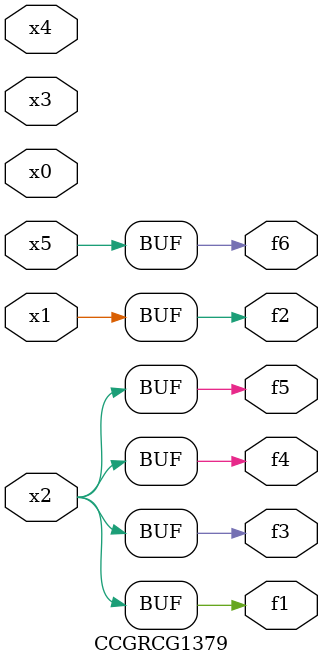
<source format=v>
module CCGRCG1379(
	input x0, x1, x2, x3, x4, x5,
	output f1, f2, f3, f4, f5, f6
);
	assign f1 = x2;
	assign f2 = x1;
	assign f3 = x2;
	assign f4 = x2;
	assign f5 = x2;
	assign f6 = x5;
endmodule

</source>
